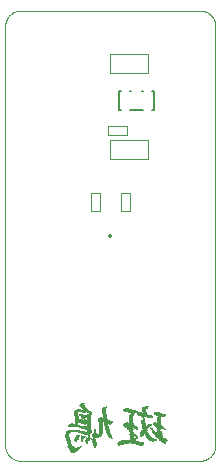
<source format=gbo>
G75*
%MOIN*%
%OFA0B0*%
%FSLAX25Y25*%
%IPPOS*%
%LPD*%
%AMOC8*
5,1,8,0,0,1.08239X$1,22.5*
%
%ADD10C,0.00000*%
%ADD11C,0.00394*%
%ADD12C,0.01378*%
%ADD13C,0.00600*%
%ADD14R,0.00600X0.00100*%
%ADD15R,0.01100X0.00100*%
%ADD16R,0.01400X0.00100*%
%ADD17R,0.01600X0.00100*%
%ADD18R,0.01900X0.00100*%
%ADD19R,0.02000X0.00100*%
%ADD20R,0.02300X0.00100*%
%ADD21R,0.02500X0.00100*%
%ADD22R,0.02600X0.00100*%
%ADD23R,0.02800X0.00100*%
%ADD24R,0.03000X0.00100*%
%ADD25R,0.03200X0.00100*%
%ADD26R,0.03300X0.00100*%
%ADD27R,0.03500X0.00100*%
%ADD28R,0.03600X0.00100*%
%ADD29R,0.02100X0.00100*%
%ADD30R,0.01500X0.00100*%
%ADD31R,0.01800X0.00100*%
%ADD32R,0.01000X0.00100*%
%ADD33R,0.00700X0.00100*%
%ADD34R,0.01700X0.00100*%
%ADD35R,0.00500X0.00100*%
%ADD36R,0.00400X0.00100*%
%ADD37R,0.00200X0.00100*%
%ADD38R,0.00900X0.00100*%
%ADD39R,0.00300X0.00100*%
%ADD40R,0.01200X0.00100*%
%ADD41R,0.00100X0.00100*%
%ADD42R,0.01300X0.00100*%
%ADD43R,0.04100X0.00100*%
%ADD44R,0.08700X0.00100*%
%ADD45R,0.00800X0.00100*%
%ADD46R,0.07700X0.00100*%
%ADD47R,0.07000X0.00100*%
%ADD48R,0.06500X0.00100*%
%ADD49R,0.05900X0.00100*%
%ADD50R,0.05300X0.00100*%
%ADD51R,0.04800X0.00100*%
%ADD52R,0.04600X0.00100*%
%ADD53R,0.02400X0.00100*%
%ADD54R,0.02700X0.00100*%
%ADD55R,0.02200X0.00100*%
%ADD56R,0.02900X0.00100*%
%ADD57R,0.03100X0.00100*%
%ADD58R,0.03800X0.00100*%
%ADD59R,0.04200X0.00100*%
%ADD60R,0.04500X0.00100*%
%ADD61R,0.03700X0.00100*%
%ADD62R,0.04300X0.00100*%
%ADD63R,0.03400X0.00100*%
%ADD64R,0.05100X0.00100*%
%ADD65R,0.05200X0.00100*%
%ADD66R,0.03900X0.00100*%
%ADD67R,0.04000X0.00100*%
%ADD68R,0.04900X0.00100*%
%ADD69R,0.04700X0.00100*%
%ADD70R,0.04400X0.00100*%
D10*
X0006400Y0008900D02*
X0006400Y0148900D01*
X0006402Y0149040D01*
X0006408Y0149180D01*
X0006418Y0149320D01*
X0006431Y0149460D01*
X0006449Y0149599D01*
X0006471Y0149738D01*
X0006496Y0149875D01*
X0006525Y0150013D01*
X0006558Y0150149D01*
X0006595Y0150284D01*
X0006636Y0150418D01*
X0006681Y0150551D01*
X0006729Y0150683D01*
X0006781Y0150813D01*
X0006836Y0150942D01*
X0006895Y0151069D01*
X0006958Y0151195D01*
X0007024Y0151319D01*
X0007093Y0151440D01*
X0007166Y0151560D01*
X0007243Y0151678D01*
X0007322Y0151793D01*
X0007405Y0151907D01*
X0007491Y0152017D01*
X0007580Y0152126D01*
X0007672Y0152232D01*
X0007767Y0152335D01*
X0007864Y0152436D01*
X0007965Y0152533D01*
X0008068Y0152628D01*
X0008174Y0152720D01*
X0008283Y0152809D01*
X0008393Y0152895D01*
X0008507Y0152978D01*
X0008622Y0153057D01*
X0008740Y0153134D01*
X0008860Y0153207D01*
X0008981Y0153276D01*
X0009105Y0153342D01*
X0009231Y0153405D01*
X0009358Y0153464D01*
X0009487Y0153519D01*
X0009617Y0153571D01*
X0009749Y0153619D01*
X0009882Y0153664D01*
X0010016Y0153705D01*
X0010151Y0153742D01*
X0010287Y0153775D01*
X0010425Y0153804D01*
X0010562Y0153829D01*
X0010701Y0153851D01*
X0010840Y0153869D01*
X0010980Y0153882D01*
X0011120Y0153892D01*
X0011260Y0153898D01*
X0011400Y0153900D01*
X0071400Y0153900D01*
X0071540Y0153898D01*
X0071680Y0153892D01*
X0071820Y0153882D01*
X0071960Y0153869D01*
X0072099Y0153851D01*
X0072238Y0153829D01*
X0072375Y0153804D01*
X0072513Y0153775D01*
X0072649Y0153742D01*
X0072784Y0153705D01*
X0072918Y0153664D01*
X0073051Y0153619D01*
X0073183Y0153571D01*
X0073313Y0153519D01*
X0073442Y0153464D01*
X0073569Y0153405D01*
X0073695Y0153342D01*
X0073819Y0153276D01*
X0073940Y0153207D01*
X0074060Y0153134D01*
X0074178Y0153057D01*
X0074293Y0152978D01*
X0074407Y0152895D01*
X0074517Y0152809D01*
X0074626Y0152720D01*
X0074732Y0152628D01*
X0074835Y0152533D01*
X0074936Y0152436D01*
X0075033Y0152335D01*
X0075128Y0152232D01*
X0075220Y0152126D01*
X0075309Y0152017D01*
X0075395Y0151907D01*
X0075478Y0151793D01*
X0075557Y0151678D01*
X0075634Y0151560D01*
X0075707Y0151440D01*
X0075776Y0151319D01*
X0075842Y0151195D01*
X0075905Y0151069D01*
X0075964Y0150942D01*
X0076019Y0150813D01*
X0076071Y0150683D01*
X0076119Y0150551D01*
X0076164Y0150418D01*
X0076205Y0150284D01*
X0076242Y0150149D01*
X0076275Y0150013D01*
X0076304Y0149875D01*
X0076329Y0149738D01*
X0076351Y0149599D01*
X0076369Y0149460D01*
X0076382Y0149320D01*
X0076392Y0149180D01*
X0076398Y0149040D01*
X0076400Y0148900D01*
X0076400Y0008900D01*
X0076398Y0008760D01*
X0076392Y0008620D01*
X0076382Y0008480D01*
X0076369Y0008340D01*
X0076351Y0008201D01*
X0076329Y0008062D01*
X0076304Y0007925D01*
X0076275Y0007787D01*
X0076242Y0007651D01*
X0076205Y0007516D01*
X0076164Y0007382D01*
X0076119Y0007249D01*
X0076071Y0007117D01*
X0076019Y0006987D01*
X0075964Y0006858D01*
X0075905Y0006731D01*
X0075842Y0006605D01*
X0075776Y0006481D01*
X0075707Y0006360D01*
X0075634Y0006240D01*
X0075557Y0006122D01*
X0075478Y0006007D01*
X0075395Y0005893D01*
X0075309Y0005783D01*
X0075220Y0005674D01*
X0075128Y0005568D01*
X0075033Y0005465D01*
X0074936Y0005364D01*
X0074835Y0005267D01*
X0074732Y0005172D01*
X0074626Y0005080D01*
X0074517Y0004991D01*
X0074407Y0004905D01*
X0074293Y0004822D01*
X0074178Y0004743D01*
X0074060Y0004666D01*
X0073940Y0004593D01*
X0073819Y0004524D01*
X0073695Y0004458D01*
X0073569Y0004395D01*
X0073442Y0004336D01*
X0073313Y0004281D01*
X0073183Y0004229D01*
X0073051Y0004181D01*
X0072918Y0004136D01*
X0072784Y0004095D01*
X0072649Y0004058D01*
X0072513Y0004025D01*
X0072375Y0003996D01*
X0072238Y0003971D01*
X0072099Y0003949D01*
X0071960Y0003931D01*
X0071820Y0003918D01*
X0071680Y0003908D01*
X0071540Y0003902D01*
X0071400Y0003900D01*
X0011400Y0003900D01*
X0011260Y0003902D01*
X0011120Y0003908D01*
X0010980Y0003918D01*
X0010840Y0003931D01*
X0010701Y0003949D01*
X0010562Y0003971D01*
X0010425Y0003996D01*
X0010287Y0004025D01*
X0010151Y0004058D01*
X0010016Y0004095D01*
X0009882Y0004136D01*
X0009749Y0004181D01*
X0009617Y0004229D01*
X0009487Y0004281D01*
X0009358Y0004336D01*
X0009231Y0004395D01*
X0009105Y0004458D01*
X0008981Y0004524D01*
X0008860Y0004593D01*
X0008740Y0004666D01*
X0008622Y0004743D01*
X0008507Y0004822D01*
X0008393Y0004905D01*
X0008283Y0004991D01*
X0008174Y0005080D01*
X0008068Y0005172D01*
X0007965Y0005267D01*
X0007864Y0005364D01*
X0007767Y0005465D01*
X0007672Y0005568D01*
X0007580Y0005674D01*
X0007491Y0005783D01*
X0007405Y0005893D01*
X0007322Y0006007D01*
X0007243Y0006122D01*
X0007166Y0006240D01*
X0007093Y0006360D01*
X0007024Y0006481D01*
X0006958Y0006605D01*
X0006895Y0006731D01*
X0006836Y0006858D01*
X0006781Y0006987D01*
X0006729Y0007117D01*
X0006681Y0007249D01*
X0006636Y0007382D01*
X0006595Y0007516D01*
X0006558Y0007651D01*
X0006525Y0007787D01*
X0006496Y0007925D01*
X0006471Y0008062D01*
X0006449Y0008201D01*
X0006431Y0008340D01*
X0006418Y0008480D01*
X0006408Y0008620D01*
X0006402Y0008760D01*
X0006400Y0008900D01*
D11*
X0034825Y0087000D02*
X0034825Y0093300D01*
X0037975Y0093300D01*
X0037975Y0087000D01*
X0034825Y0087000D01*
X0041351Y0104500D02*
X0041351Y0110800D01*
X0053949Y0110800D01*
X0053949Y0104500D01*
X0041351Y0104500D01*
X0040750Y0112325D02*
X0040750Y0115475D01*
X0047050Y0115475D01*
X0047050Y0112325D01*
X0040750Y0112325D01*
X0044825Y0093300D02*
X0047975Y0093300D01*
X0047975Y0087000D01*
X0044825Y0087000D01*
X0044825Y0093300D01*
X0041351Y0133250D02*
X0041351Y0139550D01*
X0053949Y0139550D01*
X0053949Y0133250D01*
X0041351Y0133250D01*
D12*
X0041400Y0078900D03*
D13*
X0044441Y0120709D02*
X0044923Y0120709D01*
X0044441Y0120709D02*
X0044441Y0127091D01*
X0044923Y0127091D01*
X0048093Y0127091D02*
X0048467Y0127091D01*
X0051833Y0127091D02*
X0052207Y0127091D01*
X0055377Y0127091D02*
X0055859Y0127091D01*
X0055859Y0120709D01*
X0055377Y0120709D01*
X0052207Y0120709D02*
X0048093Y0120709D01*
D14*
X0032550Y0022900D03*
X0034650Y0019400D03*
X0034950Y0019600D03*
X0033350Y0016300D03*
X0032650Y0016100D03*
X0036250Y0013300D03*
X0036250Y0013200D03*
X0036050Y0011000D03*
X0036050Y0010900D03*
X0031350Y0008300D03*
X0029950Y0010300D03*
X0029950Y0010400D03*
X0028950Y0006400D03*
X0028550Y0016000D03*
X0040050Y0021600D03*
X0042050Y0011100D03*
X0044450Y0008900D03*
X0045650Y0010500D03*
X0050050Y0011200D03*
X0050350Y0011700D03*
X0050450Y0014300D03*
X0052450Y0009800D03*
X0055450Y0014000D03*
X0055350Y0014200D03*
X0050950Y0019800D03*
X0049150Y0019600D03*
D15*
X0048600Y0019000D03*
X0047000Y0016300D03*
X0048500Y0013300D03*
X0048500Y0012500D03*
X0048500Y0012400D03*
X0048500Y0012300D03*
X0048500Y0012200D03*
X0048500Y0012100D03*
X0048500Y0012000D03*
X0048500Y0011800D03*
X0050100Y0014500D03*
X0051900Y0012400D03*
X0051900Y0012300D03*
X0052400Y0016700D03*
X0052400Y0016800D03*
X0052400Y0016900D03*
X0052400Y0017000D03*
X0056100Y0013200D03*
X0056200Y0013100D03*
X0057800Y0012700D03*
X0057800Y0013600D03*
X0057700Y0014100D03*
X0059100Y0014500D03*
X0057700Y0016300D03*
X0057700Y0016500D03*
X0059400Y0009800D03*
X0041200Y0012200D03*
X0041100Y0012400D03*
X0041100Y0012500D03*
X0041000Y0012600D03*
X0041000Y0012700D03*
X0040900Y0012800D03*
X0040900Y0012900D03*
X0040800Y0013000D03*
X0040800Y0013100D03*
X0040800Y0013200D03*
X0040700Y0013300D03*
X0040700Y0013400D03*
X0040700Y0013500D03*
X0040600Y0013600D03*
X0040600Y0013700D03*
X0040600Y0013800D03*
X0040500Y0013900D03*
X0040500Y0014000D03*
X0040500Y0014100D03*
X0040500Y0014200D03*
X0040400Y0014300D03*
X0040400Y0014400D03*
X0040400Y0014500D03*
X0040300Y0014700D03*
X0040300Y0014800D03*
X0040300Y0014900D03*
X0040200Y0015100D03*
X0040200Y0015200D03*
X0040100Y0015500D03*
X0040100Y0015600D03*
X0040100Y0015700D03*
X0040000Y0016000D03*
X0040000Y0016100D03*
X0038300Y0015400D03*
X0038300Y0015300D03*
X0038300Y0015200D03*
X0038300Y0015100D03*
X0038300Y0015000D03*
X0038300Y0014900D03*
X0038300Y0014800D03*
X0038400Y0014500D03*
X0038400Y0014400D03*
X0038400Y0014300D03*
X0038400Y0014200D03*
X0038400Y0014100D03*
X0038400Y0014000D03*
X0038400Y0013900D03*
X0038400Y0013600D03*
X0038300Y0013100D03*
X0038300Y0013000D03*
X0038200Y0012800D03*
X0036200Y0012700D03*
X0034400Y0012700D03*
X0034400Y0015100D03*
X0034400Y0015300D03*
X0034400Y0015500D03*
X0034400Y0015700D03*
X0034400Y0015900D03*
X0034400Y0016100D03*
X0034400Y0016300D03*
X0034400Y0017300D03*
X0034400Y0017500D03*
X0034400Y0017700D03*
X0034400Y0017900D03*
X0034400Y0019000D03*
X0034500Y0019100D03*
X0032300Y0022800D03*
X0038400Y0017900D03*
X0039600Y0021400D03*
X0033900Y0010700D03*
X0033900Y0010600D03*
X0033800Y0010500D03*
X0032300Y0011400D03*
X0030800Y0012000D03*
X0030700Y0011900D03*
X0030500Y0011700D03*
X0030400Y0011600D03*
X0030300Y0011500D03*
X0030200Y0011400D03*
X0030100Y0010700D03*
X0030900Y0008000D03*
X0029000Y0006500D03*
D16*
X0029050Y0006600D03*
X0030250Y0011000D03*
X0030250Y0011100D03*
X0033050Y0012700D03*
X0034150Y0011300D03*
X0034150Y0011200D03*
X0036050Y0010100D03*
X0036150Y0009800D03*
X0036150Y0009700D03*
X0036250Y0009500D03*
X0036250Y0009400D03*
X0036350Y0012600D03*
X0038050Y0012600D03*
X0038150Y0016600D03*
X0038150Y0016700D03*
X0038150Y0016900D03*
X0039450Y0019400D03*
X0039450Y0019500D03*
X0039450Y0019600D03*
X0039350Y0020000D03*
X0039350Y0020100D03*
X0039350Y0020200D03*
X0039350Y0020300D03*
X0039350Y0020400D03*
X0039350Y0020500D03*
X0039350Y0020600D03*
X0039250Y0020700D03*
X0039350Y0020800D03*
X0039350Y0021000D03*
X0039350Y0021100D03*
X0034250Y0019900D03*
X0032150Y0022700D03*
X0030050Y0020000D03*
X0030050Y0019900D03*
X0030050Y0019800D03*
X0030050Y0019600D03*
X0030050Y0019500D03*
X0030050Y0019400D03*
X0030050Y0019300D03*
X0030050Y0019200D03*
X0030050Y0019100D03*
X0030050Y0019000D03*
X0030050Y0018900D03*
X0030050Y0018700D03*
X0030150Y0018600D03*
X0030150Y0018500D03*
X0030150Y0018400D03*
X0030150Y0018300D03*
X0030150Y0018200D03*
X0030150Y0018100D03*
X0030250Y0017700D03*
X0027450Y0013200D03*
X0027350Y0013100D03*
X0027250Y0013000D03*
X0027150Y0012800D03*
X0027150Y0012700D03*
X0027050Y0012500D03*
X0027050Y0012400D03*
X0027050Y0012300D03*
X0027050Y0012200D03*
X0027050Y0012100D03*
X0027050Y0012000D03*
X0027150Y0011500D03*
X0048350Y0013700D03*
X0048650Y0013000D03*
X0048650Y0012900D03*
X0048350Y0016600D03*
X0048350Y0016800D03*
X0048350Y0016900D03*
X0048350Y0017000D03*
X0048350Y0017100D03*
X0048350Y0017200D03*
X0048350Y0017400D03*
X0048350Y0018500D03*
X0048450Y0018700D03*
X0051150Y0019700D03*
X0052650Y0020500D03*
X0052650Y0020600D03*
X0052650Y0020700D03*
X0052650Y0020800D03*
X0053450Y0021600D03*
X0057750Y0018300D03*
X0057750Y0018200D03*
X0057650Y0018100D03*
X0057650Y0018000D03*
X0057650Y0017900D03*
X0057650Y0017800D03*
X0057650Y0017700D03*
X0057650Y0017600D03*
X0057650Y0017400D03*
X0057550Y0014400D03*
X0059350Y0009900D03*
X0053950Y0012000D03*
X0053850Y0012200D03*
X0053750Y0012300D03*
X0053750Y0012400D03*
X0053650Y0012500D03*
X0053650Y0012600D03*
X0053550Y0012700D03*
X0052950Y0014200D03*
X0052050Y0012800D03*
D17*
X0052850Y0014000D03*
X0053050Y0014400D03*
X0054150Y0011700D03*
X0054250Y0011600D03*
X0054350Y0011500D03*
X0058050Y0018400D03*
X0056950Y0019800D03*
X0053250Y0021500D03*
X0052750Y0021000D03*
X0048350Y0018400D03*
X0048250Y0013900D03*
X0048750Y0012700D03*
X0059350Y0010000D03*
X0036850Y0011600D03*
X0033350Y0020600D03*
X0033250Y0020700D03*
X0033150Y0020800D03*
X0032950Y0021000D03*
X0032450Y0021500D03*
X0032350Y0021600D03*
X0032250Y0021700D03*
X0032150Y0021800D03*
X0032050Y0021900D03*
X0031950Y0022100D03*
X0031950Y0022300D03*
X0031950Y0022500D03*
X0030150Y0020100D03*
X0027550Y0010100D03*
X0027650Y0009800D03*
X0027750Y0009500D03*
X0027850Y0009300D03*
X0027850Y0009200D03*
X0027950Y0009000D03*
X0027950Y0008900D03*
X0028050Y0008800D03*
X0028050Y0008700D03*
X0028150Y0008500D03*
X0029050Y0006700D03*
D18*
X0029100Y0006800D03*
X0028500Y0008000D03*
X0032000Y0018900D03*
X0048100Y0014200D03*
X0048900Y0010600D03*
X0051500Y0009100D03*
X0052800Y0013700D03*
X0052800Y0013800D03*
X0053100Y0014700D03*
X0054800Y0011100D03*
X0057800Y0011600D03*
X0058000Y0011400D03*
X0057000Y0019700D03*
D19*
X0053150Y0014800D03*
X0054950Y0011000D03*
X0055550Y0010500D03*
X0058150Y0011300D03*
X0059250Y0010200D03*
X0048950Y0010700D03*
X0048050Y0014300D03*
X0047950Y0014400D03*
X0033950Y0017200D03*
X0029150Y0006900D03*
D20*
X0029200Y0007000D03*
X0047900Y0014600D03*
X0049100Y0011000D03*
X0051400Y0009200D03*
X0052800Y0013400D03*
X0053200Y0015000D03*
X0057100Y0019600D03*
X0057200Y0012500D03*
X0057300Y0012400D03*
X0057400Y0012300D03*
X0057800Y0011800D03*
X0059200Y0010400D03*
D21*
X0059100Y0010600D03*
X0057800Y0011900D03*
X0057200Y0015600D03*
X0057100Y0015700D03*
X0057000Y0015800D03*
X0057000Y0015900D03*
X0057000Y0016000D03*
X0057000Y0016100D03*
X0053300Y0015100D03*
X0052800Y0013200D03*
X0040400Y0016900D03*
X0036800Y0011800D03*
X0033800Y0014400D03*
X0029200Y0007100D03*
D22*
X0029250Y0007200D03*
X0040750Y0016200D03*
X0045250Y0009400D03*
X0051250Y0009300D03*
X0052750Y0013100D03*
X0053350Y0015200D03*
X0054450Y0018400D03*
X0057250Y0019500D03*
X0057750Y0012000D03*
X0055550Y0010700D03*
X0047050Y0020800D03*
D23*
X0047650Y0016200D03*
X0048350Y0010500D03*
X0055450Y0010800D03*
X0059050Y0010800D03*
X0038950Y0017800D03*
X0036850Y0011900D03*
X0031050Y0017300D03*
X0029250Y0007300D03*
D24*
X0029350Y0007400D03*
X0031750Y0013400D03*
X0036950Y0012100D03*
X0038850Y0017500D03*
X0038850Y0017600D03*
X0040850Y0016800D03*
X0040850Y0016700D03*
X0040850Y0016600D03*
X0045450Y0009500D03*
X0051150Y0009400D03*
X0054350Y0018500D03*
X0057550Y0019300D03*
X0057750Y0019200D03*
D25*
X0057950Y0019100D03*
X0058450Y0018900D03*
X0051950Y0019600D03*
X0047450Y0015800D03*
X0033450Y0014600D03*
X0032150Y0013300D03*
X0031250Y0017200D03*
X0029050Y0015600D03*
X0033350Y0018200D03*
X0029350Y0007500D03*
D26*
X0029400Y0007600D03*
X0033400Y0012900D03*
X0033300Y0018300D03*
X0039000Y0017300D03*
X0051900Y0019500D03*
X0058200Y0019000D03*
D27*
X0051900Y0019300D03*
X0048800Y0020000D03*
X0047600Y0015600D03*
X0047700Y0015500D03*
X0050900Y0009500D03*
X0033300Y0013000D03*
X0033300Y0014700D03*
X0033200Y0018500D03*
X0029400Y0007700D03*
D28*
X0029450Y0007800D03*
X0029250Y0015500D03*
X0033150Y0018600D03*
X0039150Y0017200D03*
X0045850Y0009600D03*
X0047550Y0020500D03*
X0052450Y0019000D03*
D29*
X0053200Y0014900D03*
X0052800Y0013600D03*
X0049000Y0010800D03*
X0045000Y0009300D03*
X0047000Y0020900D03*
X0036800Y0011700D03*
X0031000Y0020600D03*
X0028600Y0007900D03*
X0057800Y0011700D03*
X0058300Y0011200D03*
X0059200Y0010300D03*
D30*
X0057500Y0014500D03*
X0055600Y0010400D03*
X0054100Y0011800D03*
X0054000Y0011900D03*
X0053900Y0012100D03*
X0052900Y0014100D03*
X0053000Y0014300D03*
X0051600Y0009000D03*
X0048700Y0012800D03*
X0048300Y0013800D03*
X0048300Y0017300D03*
X0048300Y0017500D03*
X0048300Y0017600D03*
X0048300Y0017700D03*
X0048300Y0017800D03*
X0048300Y0017900D03*
X0048300Y0018000D03*
X0048300Y0018100D03*
X0048300Y0018200D03*
X0048300Y0018300D03*
X0048400Y0018600D03*
X0046900Y0021000D03*
X0052700Y0020900D03*
X0052800Y0021100D03*
X0039300Y0020900D03*
X0033000Y0020900D03*
X0032800Y0021100D03*
X0032700Y0021200D03*
X0032600Y0021300D03*
X0032500Y0021400D03*
X0031900Y0022400D03*
X0032000Y0022600D03*
X0030000Y0019700D03*
X0030100Y0018800D03*
X0031800Y0019000D03*
X0028600Y0015900D03*
X0027600Y0013300D03*
X0027100Y0011900D03*
X0027100Y0011800D03*
X0027100Y0011700D03*
X0027100Y0011600D03*
X0027200Y0011400D03*
X0027200Y0011300D03*
X0027200Y0011200D03*
X0027300Y0011100D03*
X0027300Y0011000D03*
X0027300Y0010900D03*
X0027300Y0010800D03*
X0027400Y0010700D03*
X0027400Y0010600D03*
X0027400Y0010500D03*
X0027500Y0010400D03*
X0027500Y0010300D03*
X0027500Y0010200D03*
X0027600Y0010000D03*
X0027600Y0009900D03*
X0027700Y0009700D03*
X0027700Y0009600D03*
X0027800Y0009400D03*
X0027900Y0009100D03*
X0030600Y0007900D03*
X0030400Y0011200D03*
D31*
X0029050Y0013900D03*
X0028350Y0008200D03*
X0028350Y0008100D03*
X0044850Y0009200D03*
X0048150Y0014100D03*
X0052850Y0013900D03*
X0053050Y0014600D03*
X0054650Y0011200D03*
X0057850Y0011500D03*
X0054650Y0018200D03*
D32*
X0054750Y0015700D03*
X0055850Y0013500D03*
X0055950Y0013400D03*
X0056050Y0013300D03*
X0057750Y0013200D03*
X0057750Y0013100D03*
X0057750Y0013000D03*
X0057750Y0012900D03*
X0057750Y0012800D03*
X0057750Y0013700D03*
X0057750Y0013800D03*
X0057750Y0013900D03*
X0057750Y0014000D03*
X0056450Y0016300D03*
X0059450Y0009700D03*
X0051850Y0012100D03*
X0051850Y0012200D03*
X0048750Y0019100D03*
X0044550Y0009000D03*
X0041650Y0011500D03*
X0041450Y0011800D03*
X0041350Y0011900D03*
X0041350Y0012000D03*
X0041250Y0012100D03*
X0041150Y0012300D03*
X0040350Y0014600D03*
X0040250Y0015000D03*
X0040150Y0015300D03*
X0040150Y0015400D03*
X0040050Y0015800D03*
X0040050Y0015900D03*
X0038350Y0014700D03*
X0038350Y0014600D03*
X0038450Y0013800D03*
X0038350Y0013700D03*
X0038350Y0013500D03*
X0038350Y0013400D03*
X0038350Y0013300D03*
X0038350Y0013200D03*
X0038250Y0012900D03*
X0036150Y0012800D03*
X0034350Y0012600D03*
X0034350Y0012500D03*
X0033150Y0012600D03*
X0033750Y0010400D03*
X0033750Y0010300D03*
X0032150Y0011000D03*
X0032150Y0011100D03*
X0032250Y0011200D03*
X0032250Y0011300D03*
X0030950Y0012100D03*
X0030050Y0010600D03*
X0031050Y0008100D03*
X0030450Y0016300D03*
X0030450Y0016400D03*
X0032350Y0016300D03*
X0032650Y0017900D03*
X0032850Y0019800D03*
X0036350Y0008700D03*
D33*
X0036400Y0008400D03*
X0036100Y0010800D03*
X0034300Y0012100D03*
X0034300Y0012200D03*
X0033500Y0009700D03*
X0031900Y0010300D03*
X0031200Y0008200D03*
X0030400Y0016000D03*
X0030400Y0016100D03*
X0032500Y0016200D03*
X0033200Y0017300D03*
X0033100Y0017400D03*
X0033000Y0017500D03*
X0042000Y0011200D03*
X0050400Y0011400D03*
X0051800Y0011800D03*
X0051800Y0011900D03*
X0050300Y0014400D03*
X0052500Y0017400D03*
X0052200Y0018500D03*
X0055600Y0013800D03*
X0059500Y0014300D03*
X0059500Y0009600D03*
X0051800Y0008800D03*
D34*
X0054400Y0011400D03*
X0054500Y0011300D03*
X0053100Y0014500D03*
X0052900Y0021200D03*
X0053000Y0021300D03*
X0053100Y0021400D03*
X0049000Y0019700D03*
X0048200Y0014000D03*
X0048800Y0012600D03*
X0058600Y0018500D03*
X0059300Y0010100D03*
X0032000Y0022000D03*
X0031900Y0022200D03*
X0027800Y0013400D03*
X0028100Y0008600D03*
X0028200Y0008400D03*
X0028300Y0008300D03*
D35*
X0031900Y0010100D03*
X0031900Y0010200D03*
X0033500Y0009600D03*
X0034300Y0012000D03*
X0033200Y0012500D03*
X0033400Y0014200D03*
X0036300Y0013500D03*
X0036300Y0013400D03*
X0036400Y0008300D03*
X0030400Y0015900D03*
X0032900Y0019700D03*
X0034800Y0019500D03*
X0047000Y0016400D03*
X0049000Y0019300D03*
X0052300Y0018400D03*
X0052500Y0017600D03*
X0052500Y0017500D03*
X0055400Y0014100D03*
X0056400Y0016400D03*
X0050400Y0011600D03*
X0050200Y0011800D03*
X0050200Y0011300D03*
X0049700Y0012300D03*
X0049500Y0012500D03*
D36*
X0049550Y0012400D03*
X0049750Y0012200D03*
X0049850Y0012100D03*
X0049950Y0012000D03*
X0050050Y0011900D03*
X0050450Y0011500D03*
X0051750Y0011700D03*
X0055250Y0014300D03*
X0055250Y0014400D03*
X0054950Y0015800D03*
X0052550Y0017700D03*
X0052550Y0017800D03*
X0052450Y0018200D03*
X0052350Y0018300D03*
X0059650Y0014200D03*
X0041450Y0015900D03*
X0036750Y0011500D03*
X0036050Y0011200D03*
X0036050Y0011100D03*
X0035450Y0010800D03*
X0034450Y0011400D03*
X0034250Y0011900D03*
X0032850Y0011800D03*
X0032050Y0011800D03*
X0031550Y0008400D03*
X0036350Y0013600D03*
X0036350Y0013700D03*
X0032850Y0016000D03*
X0031350Y0017500D03*
D37*
X0030350Y0015800D03*
X0033550Y0011400D03*
X0035350Y0010900D03*
X0036050Y0011300D03*
X0036450Y0014000D03*
X0036450Y0014100D03*
X0040250Y0021700D03*
X0031650Y0008500D03*
X0050650Y0011300D03*
X0052550Y0017900D03*
X0055050Y0014600D03*
X0058550Y0013100D03*
X0058650Y0013000D03*
X0058750Y0012900D03*
X0058850Y0012800D03*
X0059050Y0012200D03*
X0059750Y0014100D03*
D38*
X0056900Y0019900D03*
X0055700Y0013700D03*
X0055800Y0013600D03*
X0055600Y0010300D03*
X0052400Y0017100D03*
X0052400Y0017200D03*
X0051800Y0012000D03*
X0046800Y0021100D03*
X0041400Y0016000D03*
X0041500Y0011700D03*
X0041600Y0011600D03*
X0039800Y0021500D03*
X0036200Y0013000D03*
X0036200Y0012900D03*
X0033300Y0014300D03*
X0032800Y0017700D03*
X0032700Y0017800D03*
X0031600Y0019100D03*
X0030400Y0016200D03*
X0031100Y0012200D03*
X0032100Y0010900D03*
X0032100Y0010800D03*
X0032000Y0010700D03*
X0032000Y0010600D03*
X0033600Y0010000D03*
X0033700Y0010100D03*
X0033700Y0010200D03*
X0036400Y0008600D03*
X0036400Y0008500D03*
X0030000Y0010500D03*
X0034500Y0019200D03*
X0034600Y0019300D03*
D39*
X0033100Y0015900D03*
X0032000Y0011900D03*
X0029900Y0010200D03*
X0028000Y0015000D03*
X0030700Y0020800D03*
X0036400Y0013900D03*
X0036400Y0013800D03*
X0035300Y0011000D03*
X0042300Y0011000D03*
X0050600Y0014200D03*
X0050700Y0014100D03*
X0052600Y0009900D03*
X0051900Y0008700D03*
X0055100Y0014500D03*
X0052500Y0018000D03*
X0052500Y0018100D03*
X0054000Y0021800D03*
X0058500Y0013200D03*
D40*
X0057850Y0013400D03*
X0057850Y0013500D03*
X0057650Y0014200D03*
X0056350Y0012900D03*
X0056450Y0012800D03*
X0056550Y0012700D03*
X0056250Y0013000D03*
X0054550Y0015600D03*
X0054350Y0015500D03*
X0054250Y0015400D03*
X0052550Y0015700D03*
X0052450Y0016200D03*
X0052450Y0016300D03*
X0052450Y0016500D03*
X0052350Y0016600D03*
X0052950Y0019700D03*
X0052850Y0019900D03*
X0053650Y0021700D03*
X0057650Y0017000D03*
X0057650Y0016900D03*
X0057650Y0016800D03*
X0057650Y0016700D03*
X0057650Y0016600D03*
X0057650Y0016400D03*
X0051950Y0012600D03*
X0051950Y0012500D03*
X0051750Y0008900D03*
X0048550Y0011200D03*
X0048550Y0011300D03*
X0048550Y0011400D03*
X0048550Y0011500D03*
X0048550Y0011600D03*
X0048550Y0011700D03*
X0048550Y0011900D03*
X0048550Y0013200D03*
X0048450Y0013400D03*
X0048350Y0016300D03*
X0048550Y0018900D03*
X0041350Y0016100D03*
X0039650Y0017900D03*
X0039650Y0018000D03*
X0039650Y0018100D03*
X0039650Y0018200D03*
X0039550Y0018600D03*
X0039550Y0018800D03*
X0038150Y0016500D03*
X0038250Y0016000D03*
X0038250Y0015900D03*
X0038250Y0015800D03*
X0038250Y0015700D03*
X0038250Y0015600D03*
X0038250Y0015500D03*
X0038150Y0012700D03*
X0035850Y0010700D03*
X0036350Y0009000D03*
X0036350Y0008900D03*
X0036350Y0008800D03*
X0033950Y0010800D03*
X0034050Y0011000D03*
X0032450Y0011600D03*
X0032450Y0011700D03*
X0032350Y0011500D03*
X0034450Y0013600D03*
X0034450Y0013800D03*
X0034450Y0013900D03*
X0034450Y0014000D03*
X0034450Y0014100D03*
X0034450Y0014200D03*
X0034450Y0014300D03*
X0034350Y0015000D03*
X0034350Y0015200D03*
X0034350Y0015400D03*
X0034350Y0015600D03*
X0034350Y0015800D03*
X0034350Y0016000D03*
X0034350Y0016200D03*
X0034350Y0017400D03*
X0034350Y0017600D03*
X0034350Y0017800D03*
X0034750Y0019700D03*
X0030850Y0020700D03*
X0030450Y0016500D03*
X0028050Y0015100D03*
X0030550Y0011800D03*
X0030250Y0011300D03*
X0030150Y0010800D03*
X0039450Y0021300D03*
D41*
X0038500Y0018000D03*
X0038300Y0018000D03*
X0036500Y0014300D03*
X0036500Y0014200D03*
X0037200Y0012600D03*
X0037100Y0011500D03*
X0036400Y0011500D03*
X0036000Y0011400D03*
X0035200Y0011100D03*
X0033500Y0011500D03*
X0033500Y0011600D03*
X0033500Y0009500D03*
X0031900Y0010000D03*
X0032000Y0012000D03*
X0031300Y0012300D03*
X0031100Y0012300D03*
X0031400Y0013700D03*
X0032000Y0013600D03*
X0033600Y0015000D03*
X0033300Y0015800D03*
X0031400Y0019200D03*
X0032200Y0020600D03*
X0030200Y0015000D03*
X0029400Y0015100D03*
X0028300Y0015000D03*
X0027700Y0015000D03*
X0029500Y0013500D03*
X0044400Y0008800D03*
X0046800Y0010500D03*
X0047800Y0009600D03*
X0048500Y0009600D03*
X0050800Y0011200D03*
X0050600Y0011800D03*
X0054600Y0015800D03*
X0055000Y0014700D03*
X0052000Y0019700D03*
X0050600Y0020200D03*
X0049100Y0019400D03*
X0048700Y0019600D03*
X0053700Y0021800D03*
X0059000Y0018400D03*
X0059500Y0009500D03*
D42*
X0057900Y0013300D03*
X0057600Y0014300D03*
X0057600Y0017100D03*
X0057700Y0017200D03*
X0057600Y0017300D03*
X0057600Y0017500D03*
X0054600Y0018100D03*
X0052900Y0019800D03*
X0052800Y0020000D03*
X0052800Y0020100D03*
X0052800Y0020200D03*
X0052700Y0020300D03*
X0052700Y0020400D03*
X0052400Y0016400D03*
X0052500Y0016100D03*
X0052500Y0016000D03*
X0052500Y0015900D03*
X0052500Y0015800D03*
X0052600Y0015600D03*
X0052600Y0015500D03*
X0052600Y0015400D03*
X0052700Y0015300D03*
X0053500Y0012800D03*
X0054100Y0015300D03*
X0052000Y0012700D03*
X0049900Y0014600D03*
X0048400Y0013600D03*
X0048400Y0013500D03*
X0048600Y0013100D03*
X0048400Y0016400D03*
X0048300Y0016500D03*
X0048300Y0016700D03*
X0048500Y0018800D03*
X0044700Y0009100D03*
X0039600Y0018300D03*
X0039600Y0018400D03*
X0039600Y0018500D03*
X0039600Y0018700D03*
X0039500Y0018900D03*
X0039500Y0019000D03*
X0039500Y0019100D03*
X0039500Y0019200D03*
X0039500Y0019300D03*
X0039400Y0019700D03*
X0039400Y0019800D03*
X0039400Y0019900D03*
X0039400Y0021200D03*
X0038100Y0016800D03*
X0038200Y0016400D03*
X0038200Y0016300D03*
X0038200Y0016200D03*
X0038200Y0016100D03*
X0035900Y0010600D03*
X0035900Y0010500D03*
X0036000Y0010400D03*
X0036000Y0010300D03*
X0036000Y0010200D03*
X0036100Y0010000D03*
X0036100Y0009900D03*
X0036200Y0009600D03*
X0036300Y0009300D03*
X0036300Y0009200D03*
X0036300Y0009100D03*
X0034000Y0010900D03*
X0034100Y0011100D03*
X0034500Y0013300D03*
X0034500Y0013400D03*
X0034500Y0013500D03*
X0034500Y0013700D03*
X0034300Y0018800D03*
X0034400Y0018900D03*
X0034500Y0019800D03*
X0032700Y0019900D03*
X0030200Y0018000D03*
X0030200Y0017900D03*
X0030200Y0017800D03*
X0030200Y0017600D03*
X0030300Y0017500D03*
X0027200Y0012900D03*
X0027100Y0012600D03*
X0030200Y0010900D03*
D43*
X0048400Y0020200D03*
X0050700Y0009600D03*
D44*
X0048400Y0009700D03*
D45*
X0052450Y0017300D03*
X0054650Y0018000D03*
X0055550Y0013900D03*
X0059350Y0014400D03*
X0048850Y0019200D03*
X0041750Y0011400D03*
X0041850Y0011300D03*
X0036250Y0013100D03*
X0034350Y0012400D03*
X0034350Y0012300D03*
X0033550Y0009900D03*
X0033550Y0009800D03*
X0031950Y0010400D03*
X0031950Y0010500D03*
X0032950Y0017600D03*
D46*
X0048000Y0009800D03*
D47*
X0047850Y0009900D03*
D48*
X0047700Y0010000D03*
D49*
X0047500Y0010100D03*
D50*
X0047400Y0010200D03*
X0032300Y0017100D03*
D51*
X0047250Y0010300D03*
D52*
X0047350Y0010400D03*
X0029650Y0015300D03*
D53*
X0030850Y0017400D03*
X0048950Y0019800D03*
X0052750Y0013300D03*
X0055150Y0010900D03*
X0055550Y0010600D03*
X0057150Y0012600D03*
X0057550Y0012200D03*
X0058650Y0011000D03*
X0059150Y0010500D03*
X0057050Y0016200D03*
X0049150Y0011100D03*
D54*
X0052800Y0012900D03*
X0052800Y0013000D03*
X0057800Y0012100D03*
X0059100Y0010700D03*
X0057600Y0015200D03*
X0057500Y0015300D03*
X0057400Y0015400D03*
X0057300Y0015500D03*
X0058600Y0018700D03*
X0057400Y0019400D03*
X0040800Y0016300D03*
X0028900Y0015700D03*
D55*
X0028750Y0015800D03*
X0028250Y0013500D03*
X0032250Y0018800D03*
X0047950Y0014500D03*
X0049050Y0010900D03*
X0052750Y0013500D03*
X0054550Y0018300D03*
X0058650Y0018600D03*
X0058450Y0011100D03*
D56*
X0059000Y0010900D03*
X0058200Y0014600D03*
X0058100Y0014700D03*
X0058000Y0014800D03*
X0057900Y0014900D03*
X0057800Y0015000D03*
X0057700Y0015100D03*
X0058500Y0018800D03*
X0047500Y0016100D03*
X0047200Y0020700D03*
X0040800Y0016500D03*
X0040800Y0016400D03*
X0038800Y0017700D03*
X0036900Y0012000D03*
X0033500Y0012800D03*
X0033600Y0014500D03*
X0033500Y0018000D03*
X0031100Y0013500D03*
X0029300Y0013800D03*
D57*
X0031900Y0015000D03*
X0033400Y0018100D03*
X0033300Y0020000D03*
X0037100Y0012500D03*
X0037100Y0012400D03*
X0037000Y0012300D03*
X0037000Y0012200D03*
X0038900Y0017400D03*
X0047400Y0015900D03*
X0047500Y0016000D03*
X0048900Y0019900D03*
D58*
X0047850Y0020400D03*
X0048250Y0015000D03*
X0048350Y0014900D03*
X0048450Y0014800D03*
X0048550Y0014700D03*
X0053350Y0018700D03*
X0039250Y0017100D03*
X0033150Y0013100D03*
D59*
X0033050Y0013200D03*
X0029450Y0015400D03*
D60*
X0029600Y0013600D03*
D61*
X0029400Y0013700D03*
X0033100Y0014800D03*
X0033100Y0016500D03*
X0033100Y0018700D03*
X0047800Y0015400D03*
X0047900Y0015300D03*
X0048000Y0015200D03*
X0048100Y0015100D03*
X0052700Y0018900D03*
X0053000Y0018800D03*
D62*
X0032900Y0014900D03*
D63*
X0033250Y0016400D03*
X0033250Y0018400D03*
X0033050Y0020100D03*
X0031250Y0015100D03*
X0047550Y0015700D03*
X0047350Y0020600D03*
X0051950Y0019400D03*
X0051950Y0019200D03*
X0052150Y0019100D03*
D64*
X0032400Y0016600D03*
X0032000Y0020200D03*
X0029900Y0015200D03*
D65*
X0032350Y0016700D03*
X0032350Y0016800D03*
X0032350Y0016900D03*
X0032350Y0017000D03*
D66*
X0039400Y0017000D03*
X0048100Y0020300D03*
D67*
X0048650Y0020100D03*
X0053650Y0018600D03*
D68*
X0032000Y0020300D03*
D69*
X0032000Y0020400D03*
D70*
X0032050Y0020500D03*
M02*

</source>
